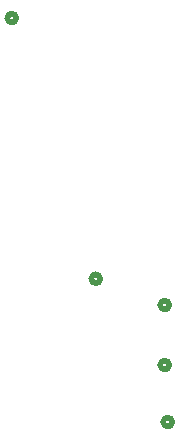
<source format=gbr>
%TF.GenerationSoftware,KiCad,Pcbnew,8.0.4*%
%TF.CreationDate,2024-08-01T20:05:25+05:30*%
%TF.ProjectId,Atmega32,41746d65-6761-4333-922e-6b696361645f,rev?*%
%TF.SameCoordinates,Original*%
%TF.FileFunction,Legend,Bot*%
%TF.FilePolarity,Positive*%
%FSLAX46Y46*%
G04 Gerber Fmt 4.6, Leading zero omitted, Abs format (unit mm)*
G04 Created by KiCad (PCBNEW 8.0.4) date 2024-08-01 20:05:25*
%MOMM*%
%LPD*%
G01*
G04 APERTURE LIST*
%ADD10C,0.508000*%
G04 APERTURE END LIST*
D10*
%TO.C,prog1*%
X144399000Y-46189900D02*
G75*
G02*
X143637000Y-46189900I-381000J0D01*
G01*
X143637000Y-46189900D02*
G75*
G02*
X144399000Y-46189900I381000J0D01*
G01*
%TO.C,R3*%
X151511000Y-68262500D02*
G75*
G02*
X150749000Y-68262500I-381000J0D01*
G01*
X150749000Y-68262500D02*
G75*
G02*
X151511000Y-68262500I381000J0D01*
G01*
%TO.C,lcd1*%
X157353000Y-70485000D02*
G75*
G02*
X156591000Y-70485000I-381000J0D01*
G01*
X156591000Y-70485000D02*
G75*
G02*
X157353000Y-70485000I381000J0D01*
G01*
%TO.C,v1*%
X157607000Y-80391000D02*
G75*
G02*
X156845000Y-80391000I-381000J0D01*
G01*
X156845000Y-80391000D02*
G75*
G02*
X157607000Y-80391000I381000J0D01*
G01*
%TO.C,g1*%
X157353000Y-75565000D02*
G75*
G02*
X156591000Y-75565000I-381000J0D01*
G01*
X156591000Y-75565000D02*
G75*
G02*
X157353000Y-75565000I381000J0D01*
G01*
%TD*%
M02*

</source>
